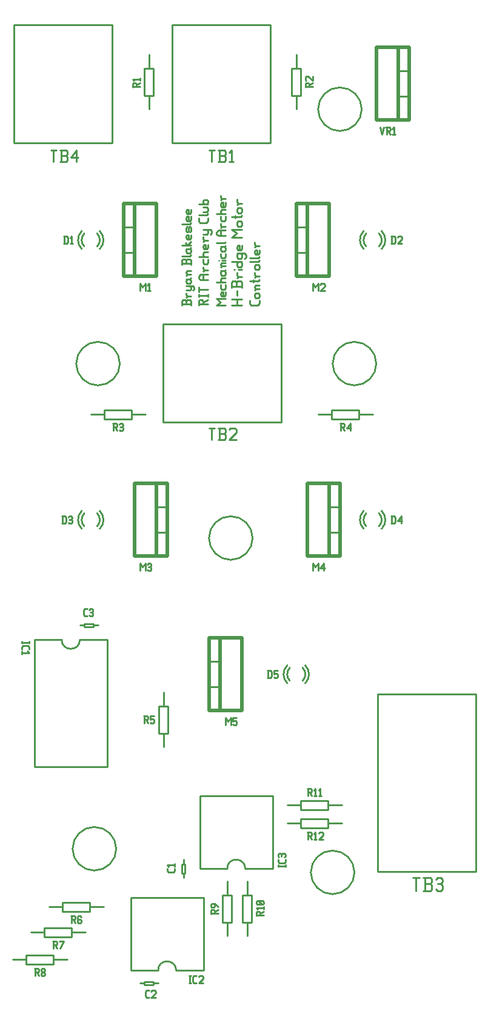
<source format=gto>
G04 start of page 8 for group -4079 idx -4079 *
G04 Title: (unknown), topsilk *
G04 Creator: pcb 20110918 *
G04 CreationDate: Thu 04 Jul 2013 01:29:42 AM GMT UTC *
G04 For: tyrian *
G04 Format: Gerber/RS-274X *
G04 PCB-Dimensions: 270000 560000 *
G04 PCB-Coordinate-Origin: lower left *
%MOIN*%
%FSLAX25Y25*%
%LNTOPSILK*%
%ADD63C,0.0200*%
%ADD62C,0.0100*%
G54D62*X43000Y87000D02*G75*G02X55000Y99000I12000J0D01*G01*
G75*G02X67000Y87000I0J-12000D01*G01*
G75*G02X55000Y75000I-12000J0D01*G01*
G75*G02X43000Y87000I0J12000D01*G01*
X174000Y74000D02*G75*G02X186000Y86000I12000J0D01*G01*
G75*G02X198000Y74000I0J-12000D01*G01*
G75*G02X186000Y62000I-12000J0D01*G01*
G75*G02X174000Y74000I0J12000D01*G01*
X45000Y354000D02*G75*G02X57000Y366000I12000J0D01*G01*
G75*G02X69000Y354000I0J-12000D01*G01*
G75*G02X57000Y342000I-12000J0D01*G01*
G75*G02X45000Y354000I0J12000D01*G01*
X186000D02*G75*G02X198000Y366000I12000J0D01*G01*
X178000Y494000D02*G75*G02X190000Y506000I12000J0D01*G01*
G75*G02X202000Y494000I0J-12000D01*G01*
G75*G02X190000Y482000I-12000J0D01*G01*
G75*G02X178000Y494000I0J12000D01*G01*
X198000Y366000D02*G75*G02X210000Y354000I0J-12000D01*G01*
G75*G02X198000Y342000I-12000J0D01*G01*
G75*G02X186000Y354000I0J12000D01*G01*
X118000Y258000D02*G75*G02X130000Y270000I12000J0D01*G01*
G75*G02X142000Y258000I0J-12000D01*G01*
G75*G02X130000Y246000I-12000J0D01*G01*
G75*G02X118000Y258000I0J12000D01*G01*
X122200Y386000D02*X127000D01*
X122200D02*X124600Y387800D01*
X122200Y389600D01*
X127000D01*
Y393440D02*Y391640D01*
X126400Y391040D02*X127000Y391640D01*
X125200Y391040D02*X126400D01*
X125200D02*X124600Y391640D01*
Y392840D02*Y391640D01*
Y392840D02*X125200Y393440D01*
X125800D02*Y391040D01*
X125200Y393440D02*X125800D01*
X124600Y397280D02*Y395480D01*
X125200Y394880D02*X124600Y395480D01*
X125200Y394880D02*X126400D01*
X127000Y395480D01*
Y397280D02*Y395480D01*
X122200Y398720D02*X127000D01*
X125200D02*X124600Y399320D01*
Y400520D02*Y399320D01*
Y400520D02*X125200Y401120D01*
X127000D01*
X124600Y404360D02*X125200Y404960D01*
X124600Y404360D02*Y403160D01*
X125200Y402560D02*X124600Y403160D01*
X125200Y402560D02*X126400D01*
X127000Y403160D01*
X124600Y404960D02*X126400D01*
X127000Y405560D01*
Y404360D02*Y403160D01*
Y404360D02*X126400Y404960D01*
X125200Y407600D02*X127000D01*
X125200D02*X124600Y408200D01*
Y408800D02*Y408200D01*
Y408800D02*X125200Y409400D01*
X127000D01*
X124600Y407000D02*X125200Y407600D01*
X123400Y410840D02*X123520D01*
X125200D02*X127000D01*
X124600Y414440D02*Y412640D01*
X125200Y412040D02*X124600Y412640D01*
X125200Y412040D02*X126400D01*
X127000Y412640D01*
Y414440D02*Y412640D01*
X124600Y417680D02*X125200Y418280D01*
X124600Y417680D02*Y416480D01*
X125200Y415880D02*X124600Y416480D01*
X125200Y415880D02*X126400D01*
X127000Y416480D01*
X124600Y418280D02*X126400D01*
X127000Y418880D01*
Y417680D02*Y416480D01*
Y417680D02*X126400Y418280D01*
X122200Y420320D02*X126400D01*
X127000Y420920D01*
X123400Y424280D02*X127000D01*
X123400D02*X122200Y425120D01*
Y426440D02*Y425120D01*
Y426440D02*X123400Y427280D01*
X127000D01*
X124600D02*Y424280D01*
X125200Y429320D02*X127000D01*
X125200D02*X124600Y429920D01*
Y431120D02*Y429920D01*
Y428720D02*X125200Y429320D01*
X124600Y434960D02*Y433160D01*
X125200Y432560D02*X124600Y433160D01*
X125200Y432560D02*X126400D01*
X127000Y433160D01*
Y434960D02*Y433160D01*
X122200Y436400D02*X127000D01*
X125200D02*X124600Y437000D01*
Y438200D02*Y437000D01*
Y438200D02*X125200Y438800D01*
X127000D01*
Y442640D02*Y440840D01*
X126400Y440240D02*X127000Y440840D01*
X125200Y440240D02*X126400D01*
X125200D02*X124600Y440840D01*
Y442040D02*Y440840D01*
Y442040D02*X125200Y442640D01*
X125800D02*Y440240D01*
X125200Y442640D02*X125800D01*
X125200Y444680D02*X127000D01*
X125200D02*X124600Y445280D01*
Y446480D02*Y445280D01*
Y444080D02*X125200Y444680D01*
X108000Y388400D02*Y386000D01*
Y388400D02*X107400Y389000D01*
X105960D02*X107400D01*
X105360Y388400D02*X105960Y389000D01*
X105360Y388400D02*Y386600D01*
X103200D02*X108000D01*
X103200Y388400D02*Y386000D01*
Y388400D02*X103800Y389000D01*
X104760D01*
X105360Y388400D02*X104760Y389000D01*
X106200Y391040D02*X108000D01*
X106200D02*X105600Y391640D01*
Y392840D02*Y391640D01*
Y390440D02*X106200Y391040D01*
X105600Y394280D02*X107400D01*
X108000Y394880D01*
X105600Y396680D02*X109200D01*
X109800Y396080D02*X109200Y396680D01*
X109800Y396080D02*Y394880D01*
X109200Y394280D02*X109800Y394880D01*
X108000Y396080D02*Y394880D01*
Y396080D02*X107400Y396680D01*
X105600Y399920D02*X106200Y400520D01*
X105600Y399920D02*Y398720D01*
X106200Y398120D02*X105600Y398720D01*
X106200Y398120D02*X107400D01*
X108000Y398720D01*
X105600Y400520D02*X107400D01*
X108000Y401120D01*
Y399920D02*Y398720D01*
Y399920D02*X107400Y400520D01*
X106200Y403160D02*X108000D01*
X106200D02*X105600Y403760D01*
Y404360D02*Y403760D01*
Y404360D02*X106200Y404960D01*
X108000D01*
X105600Y402560D02*X106200Y403160D01*
X108000Y410960D02*Y408560D01*
Y410960D02*X107400Y411560D01*
X105960D02*X107400D01*
X105360Y410960D02*X105960Y411560D01*
X105360Y410960D02*Y409160D01*
X103200D02*X108000D01*
X103200Y410960D02*Y408560D01*
Y410960D02*X103800Y411560D01*
X104760D01*
X105360Y410960D02*X104760Y411560D01*
X103200Y413000D02*X107400D01*
X108000Y413600D01*
X105600Y416600D02*X106200Y417200D01*
X105600Y416600D02*Y415400D01*
X106200Y414800D02*X105600Y415400D01*
X106200Y414800D02*X107400D01*
X108000Y415400D01*
X105600Y417200D02*X107400D01*
X108000Y417800D01*
Y416600D02*Y415400D01*
Y416600D02*X107400Y417200D01*
X103200Y419240D02*X108000D01*
X106200D02*X108000Y421040D01*
X106200Y419240D02*X105000Y420440D01*
X108000Y424880D02*Y423080D01*
X107400Y422480D02*X108000Y423080D01*
X106200Y422480D02*X107400D01*
X106200D02*X105600Y423080D01*
Y424280D02*Y423080D01*
Y424280D02*X106200Y424880D01*
X106800D02*Y422480D01*
X106200Y424880D02*X106800D01*
X108000Y428720D02*Y426920D01*
Y428720D02*X107400Y429320D01*
X106800Y428720D02*X107400Y429320D01*
X106800Y428720D02*Y426920D01*
X106200Y426320D02*X106800Y426920D01*
X106200Y426320D02*X105600Y426920D01*
Y428720D02*Y426920D01*
Y428720D02*X106200Y429320D01*
X107400Y426320D02*X108000Y426920D01*
X103200Y430760D02*X107400D01*
X108000Y431360D01*
Y434960D02*Y433160D01*
X107400Y432560D02*X108000Y433160D01*
X106200Y432560D02*X107400D01*
X106200D02*X105600Y433160D01*
Y434360D02*Y433160D01*
Y434360D02*X106200Y434960D01*
X106800D02*Y432560D01*
X106200Y434960D02*X106800D01*
X108000Y438800D02*Y437000D01*
X107400Y436400D02*X108000Y437000D01*
X106200Y436400D02*X107400D01*
X106200D02*X105600Y437000D01*
Y438200D02*Y437000D01*
Y438200D02*X106200Y438800D01*
X106800D02*Y436400D01*
X106200Y438800D02*X106800D01*
X130430Y386000D02*X136150D01*
X130430Y389575D02*X136150D01*
X133290D02*Y386000D01*
Y394151D02*Y391291D01*
X136150Y398727D02*Y395867D01*
Y398727D02*X135435Y399442D01*
X133719D02*X135435D01*
X133004Y398727D02*X133719Y399442D01*
X133004Y398727D02*Y396582D01*
X130430D02*X136150D01*
X130430Y398727D02*Y395867D01*
Y398727D02*X131145Y399442D01*
X132289D01*
X133004Y398727D02*X132289Y399442D01*
X134005Y401873D02*X136150D01*
X134005D02*X133290Y402588D01*
Y404018D02*Y402588D01*
Y401158D02*X134005Y401873D01*
X131860Y405734D02*X132003D01*
X134005D02*X136150D01*
X130430Y410024D02*X136150D01*
Y409309D02*X135435Y410024D01*
X136150Y409309D02*Y407879D01*
X135435Y407164D02*X136150Y407879D01*
X134005Y407164D02*X135435D01*
X134005D02*X133290Y407879D01*
Y409309D02*Y407879D01*
Y409309D02*X134005Y410024D01*
X133290Y413885D02*X134005Y414600D01*
X133290Y413885D02*Y412455D01*
X134005Y411740D02*X133290Y412455D01*
X134005Y411740D02*X135435D01*
X136150Y412455D01*
Y413885D02*Y412455D01*
Y413885D02*X135435Y414600D01*
X137580Y411740D02*X138295Y412455D01*
Y413885D02*Y412455D01*
Y413885D02*X137580Y414600D01*
X133290D02*X137580D01*
X136150Y419176D02*Y417031D01*
X135435Y416316D02*X136150Y417031D01*
X134005Y416316D02*X135435D01*
X134005D02*X133290Y417031D01*
Y418461D02*Y417031D01*
Y418461D02*X134005Y419176D01*
X134720D02*Y416316D01*
X134005Y419176D02*X134720D01*
X130430Y423466D02*X136150D01*
X130430D02*X133290Y425611D01*
X130430Y427756D01*
X136150D01*
X134005Y429472D02*X135435D01*
X134005D02*X133290Y430187D01*
Y431617D02*Y430187D01*
Y431617D02*X134005Y432332D01*
X135435D01*
X136150Y431617D02*X135435Y432332D01*
X136150Y431617D02*Y430187D01*
X135435Y429472D02*X136150Y430187D01*
X130430Y434763D02*X135435D01*
X136150Y435478D01*
X132575D02*Y434048D01*
X134005Y436908D02*X135435D01*
X134005D02*X133290Y437623D01*
Y439053D02*Y437623D01*
Y439053D02*X134005Y439768D01*
X135435D01*
X136150Y439053D02*X135435Y439768D01*
X136150Y439053D02*Y437623D01*
X135435Y436908D02*X136150Y437623D01*
X134005Y442199D02*X136150D01*
X134005D02*X133290Y442914D01*
Y444344D02*Y442914D01*
Y441484D02*X134005Y442199D01*
X145650Y388660D02*Y386931D01*
X144719Y386000D02*X145650Y386931D01*
X141261Y386000D02*X144719D01*
X141261D02*X140330Y386931D01*
Y388660D02*Y386931D01*
X143655Y390256D02*X144985D01*
X143655D02*X142990Y390921D01*
Y392251D02*Y390921D01*
Y392251D02*X143655Y392916D01*
X144985D01*
X145650Y392251D02*X144985Y392916D01*
X145650Y392251D02*Y390921D01*
X144985Y390256D02*X145650Y390921D01*
X143655Y395177D02*X145650D01*
X143655D02*X142990Y395842D01*
Y396507D02*Y395842D01*
Y396507D02*X143655Y397172D01*
X145650D01*
X142990Y394512D02*X143655Y395177D01*
X140330Y399433D02*X144985D01*
X145650Y400098D01*
X142325D02*Y398768D01*
X143655Y402093D02*X145650D01*
X143655D02*X142990Y402758D01*
Y404088D02*Y402758D01*
Y401428D02*X143655Y402093D01*
Y405684D02*X144985D01*
X143655D02*X142990Y406349D01*
Y407679D02*Y406349D01*
Y407679D02*X143655Y408344D01*
X144985D01*
X145650Y407679D02*X144985Y408344D01*
X145650Y407679D02*Y406349D01*
X144985Y405684D02*X145650Y406349D01*
X140330Y409940D02*X144985D01*
X145650Y410605D01*
X140330Y411935D02*X144985D01*
X145650Y412600D01*
Y416590D02*Y414595D01*
X144985Y413930D02*X145650Y414595D01*
X143655Y413930D02*X144985D01*
X143655D02*X142990Y414595D01*
Y415925D02*Y414595D01*
Y415925D02*X143655Y416590D01*
X144320D02*Y413930D01*
X143655Y416590D02*X144320D01*
X143655Y418851D02*X145650D01*
X143655D02*X142990Y419516D01*
Y420846D02*Y419516D01*
Y418186D02*X143655Y418851D01*
X112280Y388560D02*Y386000D01*
Y388560D02*X112920Y389200D01*
X114200D01*
X114840Y388560D02*X114200Y389200D01*
X114840Y388560D02*Y386640D01*
X112280D02*X117400D01*
X114840Y387664D02*X117400Y389200D01*
X112280Y392016D02*Y390736D01*
Y391376D02*X117400D01*
Y392016D02*Y390736D01*
X112280Y396112D02*Y393552D01*
Y394832D02*X117400D01*
X113560Y399952D02*X117400D01*
X113560D02*X112280Y400848D01*
Y402256D02*Y400848D01*
Y402256D02*X113560Y403152D01*
X117400D01*
X114840D02*Y399952D01*
X115480Y405328D02*X117400D01*
X115480D02*X114840Y405968D01*
Y407248D02*Y405968D01*
Y404688D02*X115480Y405328D01*
X114840Y411344D02*Y409424D01*
X115480Y408784D02*X114840Y409424D01*
X115480Y408784D02*X116760D01*
X117400Y409424D01*
Y411344D02*Y409424D01*
X112280Y412880D02*X117400D01*
X115480D02*X114840Y413520D01*
Y414800D02*Y413520D01*
Y414800D02*X115480Y415440D01*
X117400D01*
Y419536D02*Y417616D01*
X116760Y416976D02*X117400Y417616D01*
X115480Y416976D02*X116760D01*
X115480D02*X114840Y417616D01*
Y418896D02*Y417616D01*
Y418896D02*X115480Y419536D01*
X116120D02*Y416976D01*
X115480Y419536D02*X116120D01*
X115480Y421712D02*X117400D01*
X115480D02*X114840Y422352D01*
Y423632D02*Y422352D01*
Y421072D02*X115480Y421712D01*
X114840Y425168D02*X116760D01*
X117400Y425808D01*
X114840Y427728D02*X118680D01*
X119320Y427088D02*X118680Y427728D01*
X119320Y427088D02*Y425808D01*
X118680Y425168D02*X119320Y425808D01*
X117400Y427088D02*Y425808D01*
Y427088D02*X116760Y427728D01*
X117400Y434128D02*Y432464D01*
X116504Y431568D02*X117400Y432464D01*
X113176Y431568D02*X116504D01*
X113176D02*X112280Y432464D01*
Y434128D02*Y432464D01*
Y435664D02*X116760D01*
X117400Y436304D01*
X114840Y437584D02*X116760D01*
X117400Y438224D01*
Y439504D02*Y438224D01*
Y439504D02*X116760Y440144D01*
X114840D02*X116760D01*
X112280Y441680D02*X117400D01*
X116760D02*X117400Y442320D01*
Y443600D02*Y442320D01*
Y443600D02*X116760Y444240D01*
X115480D02*X116760D01*
X114840Y443600D02*X115480Y444240D01*
X114840Y443600D02*Y442320D01*
X115480Y441680D02*X114840Y442320D01*
X54500Y210000D02*X57000D01*
X47000D02*X49500D01*
Y209200D02*X54500D01*
X49500Y210800D02*Y209200D01*
Y210800D02*X54500D01*
Y209200D01*
X22000Y202000D02*Y132000D01*
X62000D01*
Y202000D02*Y132000D01*
X22000Y202000D02*X37000D01*
X47000D02*X62000D01*
X37000D02*G75*G03X47000Y202000I5000J0D01*G01*
G54D63*X118000Y203000D02*Y163000D01*
Y203000D02*X136000D01*
Y163000D01*
X118000D02*X136000D01*
X118000Y203000D02*Y163000D01*
Y203000D02*X124000D01*
Y163000D01*
X118000D02*X124000D01*
G54D62*X118000Y176000D02*X124000D01*
X118000Y190000D02*X124000D01*
X93000Y150500D02*Y143000D01*
Y173000D02*Y165500D01*
X90500D02*Y150500D01*
Y165500D02*X95500D01*
Y150500D01*
X90500D02*X95500D01*
X161000Y101000D02*X168500D01*
X183500D02*X191000D01*
X168500Y103500D02*X183500D01*
Y98500D01*
X168500D01*
Y103500D01*
X139000Y46500D02*Y39000D01*
Y69000D02*Y61500D01*
X136500D02*Y46500D01*
Y61500D02*X141500D01*
Y46500D01*
X136500D02*X141500D01*
X153000Y116000D02*Y76000D01*
X113000Y116000D02*X153000D01*
X113000D02*Y76000D01*
X138000D02*X153000D01*
X113000D02*X128000D01*
X138000D02*G75*G03X128000Y76000I-5000J0D01*G01*
Y46500D02*Y39000D01*
Y69000D02*Y61500D01*
X125500D02*Y46500D01*
Y61500D02*X130500D01*
Y46500D01*
X125500D02*X130500D01*
X161000Y111000D02*X168500D01*
X183500D02*X191000D01*
X168500Y113500D02*X183500D01*
Y108500D01*
X168500D01*
Y113500D01*
X264772Y172142D02*Y74504D01*
X210835Y172142D02*X264772D01*
X210835D02*Y74504D01*
X264772D01*
X80000Y13000D02*X82500D01*
X87500D02*X90000D01*
X82500Y13800D02*X87500D01*
Y12200D01*
X82500D01*
Y13800D01*
X104000Y73500D02*Y71000D01*
Y81000D02*Y78500D01*
X103200D02*Y73500D01*
Y78500D02*X104800D01*
Y73500D01*
X103200D02*X104800D01*
X115000Y60000D02*Y20000D01*
X75000Y60000D02*X115000D01*
X75000D02*Y20000D01*
X100000D02*X115000D01*
X75000D02*X90000D01*
X100000D02*G75*G03X90000Y20000I-5000J0D01*G01*
X169536Y179464D02*G75*G03X169536Y186536I-3536J3536D01*G01*
X162464Y186536D02*G75*G03X162464Y179464I3536J-3536D01*G01*
X170950Y178050D02*G75*G03X170950Y187950I-4950J4950D01*G01*
X161050Y187950D02*G75*G03X161050Y178050I4950J-4950D01*G01*
X30000Y55000D02*X37500D01*
X52500D02*X60000D01*
X37500Y57500D02*X52500D01*
Y52500D01*
X37500D02*X52500D01*
X37500Y57500D02*Y52500D01*
X20000Y41000D02*X27500D01*
X42500D02*X50000D01*
X27500Y43500D02*X42500D01*
Y38500D01*
X27500D02*X42500D01*
X27500Y43500D02*Y38500D01*
X10000Y26000D02*X17500D01*
X32500D02*X40000D01*
X17500Y28500D02*X32500D01*
Y23500D01*
X17500D02*X32500D01*
X17500Y28500D02*Y23500D01*
X10835Y540283D02*X64772D01*
X10835Y475323D02*X64772D01*
X10835Y540283D02*Y475323D01*
X64772Y540283D02*Y475323D01*
X204464Y425536D02*G75*G03X204464Y418464I3536J-3536D01*G01*
X211536Y418464D02*G75*G03X211536Y425536I-3536J3536D01*G01*
X203050Y426950D02*G75*G03X203050Y417050I4950J-4950D01*G01*
X212950Y417050D02*G75*G03X212950Y426950I-4950J4950D01*G01*
X166000Y501500D02*Y494000D01*
Y524000D02*Y516500D01*
X163500D02*Y501500D01*
Y516500D02*X168500D01*
Y501500D01*
X163500D02*X168500D01*
X85000D02*Y494000D01*
Y524000D02*Y516500D01*
X82500D02*Y501500D01*
Y516500D02*X87500D01*
Y501500D01*
X82500D02*X87500D01*
X97835Y540283D02*X151772D01*
X97835Y475323D02*X151772D01*
X97835Y540283D02*Y475323D01*
X151772Y540283D02*Y475323D01*
X49464Y425536D02*G75*G03X49464Y418464I3536J-3536D01*G01*
X56536Y418464D02*G75*G03X56536Y425536I-3536J3536D01*G01*
X48050Y426950D02*G75*G03X48050Y417050I4950J-4950D01*G01*
X57950Y417050D02*G75*G03X57950Y426950I-4950J4950D01*G01*
G54D63*X71000Y442000D02*Y402000D01*
Y442000D02*X89000D01*
Y402000D01*
X71000D02*X89000D01*
X71000Y442000D02*Y402000D01*
Y442000D02*X77000D01*
Y402000D01*
X71000D02*X77000D01*
G54D62*X71000Y415000D02*X77000D01*
X71000Y429000D02*X77000D01*
X53000Y326000D02*X60500D01*
X75500D02*X83000D01*
X60500Y328500D02*X75500D01*
Y323500D01*
X60500D02*X75500D01*
X60500Y328500D02*Y323500D01*
G54D63*X95000Y288000D02*Y248000D01*
X77000D02*X95000D01*
X77000Y288000D02*Y248000D01*
Y288000D02*X95000D01*
Y248000D01*
X89000D02*X95000D01*
X89000Y288000D02*Y248000D01*
Y288000D02*X95000D01*
G54D62*X89000Y275000D02*X95000D01*
X89000Y261000D02*X95000D01*
G54D63*X166000Y442000D02*Y402000D01*
Y442000D02*X184000D01*
Y402000D01*
X166000D02*X184000D01*
X166000Y442000D02*Y402000D01*
Y442000D02*X172000D01*
Y402000D01*
X166000D02*X172000D01*
G54D62*X166000Y415000D02*X172000D01*
X166000Y429000D02*X172000D01*
X204464Y271536D02*G75*G03X204464Y264464I3536J-3536D01*G01*
X211536Y264464D02*G75*G03X211536Y271536I-3536J3536D01*G01*
X203050Y272950D02*G75*G03X203050Y263050I4950J-4950D01*G01*
X212950Y263050D02*G75*G03X212950Y272950I-4950J4950D01*G01*
X200500Y326000D02*X208000D01*
X178000D02*X185500D01*
Y323500D02*X200500D01*
X185500Y328500D02*Y323500D01*
Y328500D02*X200500D01*
Y323500D01*
G54D63*X190000Y288000D02*Y248000D01*
X172000D02*X190000D01*
X172000Y288000D02*Y248000D01*
Y288000D02*X190000D01*
Y248000D01*
X184000D02*X190000D01*
X184000Y288000D02*Y248000D01*
Y288000D02*X190000D01*
G54D62*X184000Y275000D02*X190000D01*
X184000Y261000D02*X190000D01*
X49464Y271536D02*G75*G03X49464Y264464I3536J-3536D01*G01*
X56536Y264464D02*G75*G03X56536Y271536I-3536J3536D01*G01*
X48050Y272950D02*G75*G03X48050Y263050I4950J-4950D01*G01*
X57950Y263050D02*G75*G03X57950Y272950I-4950J4950D01*G01*
X92717Y375772D02*Y321835D01*
X157677Y375772D02*Y321835D01*
X92717D02*X157677D01*
X92717Y375772D02*X157677D01*
G54D63*X228000Y528000D02*Y488000D01*
X210000D02*X228000D01*
X210000Y528000D02*Y488000D01*
Y528000D02*X228000D01*
Y488000D01*
X222000D02*X228000D01*
X222000Y528000D02*Y488000D01*
Y528000D02*X228000D01*
G54D62*X222000Y515000D02*X228000D01*
X222000Y501000D02*X228000D01*
X49700Y215000D02*X51000D01*
X49000Y215700D02*X49700Y215000D01*
X49000Y218300D02*Y215700D01*
Y218300D02*X49700Y219000D01*
X51000D01*
X52200Y218500D02*X52700Y219000D01*
X53700D01*
X54200Y218500D01*
X53700Y215000D02*X54200Y215500D01*
X52700Y215000D02*X53700D01*
X52200Y215500D02*X52700Y215000D01*
Y217200D02*X53700D01*
X54200Y218500D02*Y217700D01*
Y216700D02*Y215500D01*
Y216700D02*X53700Y217200D01*
X54200Y217700D02*X53700Y217200D01*
X19000Y201000D02*Y200000D01*
X15000Y200500D02*X19000D01*
X15000Y201000D02*Y200000D01*
Y198100D02*Y196800D01*
X15700Y198800D02*X15000Y198100D01*
X15700Y198800D02*X18300D01*
X19000Y198100D01*
Y196800D01*
X18200Y195600D02*X19000Y194800D01*
X15000D02*X19000D01*
X15000Y195600D02*Y194100D01*
X82000Y160000D02*X84000D01*
X84500Y159500D01*
Y158500D01*
X84000Y158000D02*X84500Y158500D01*
X82500Y158000D02*X84000D01*
X82500Y160000D02*Y156000D01*
X83300Y158000D02*X84500Y156000D01*
X85700Y160000D02*X87700D01*
X85700D02*Y158000D01*
X86200Y158500D01*
X87200D01*
X87700Y158000D01*
Y156500D01*
X87200Y156000D02*X87700Y156500D01*
X86200Y156000D02*X87200D01*
X85700Y156500D02*X86200Y156000D01*
X172000Y96000D02*X174000D01*
X174500Y95500D01*
Y94500D01*
X174000Y94000D02*X174500Y94500D01*
X172500Y94000D02*X174000D01*
X172500Y96000D02*Y92000D01*
X173300Y94000D02*X174500Y92000D01*
X175700Y95200D02*X176500Y96000D01*
Y92000D01*
X175700D02*X177200D01*
X178400Y95500D02*X178900Y96000D01*
X180400D01*
X180900Y95500D01*
Y94500D01*
X178400Y92000D02*X180900Y94500D01*
X178400Y92000D02*X180900D01*
X144000Y52000D02*Y50000D01*
Y52000D02*X144500Y52500D01*
X145500D01*
X146000Y52000D02*X145500Y52500D01*
X146000Y52000D02*Y50500D01*
X144000D02*X148000D01*
X146000Y51300D02*X148000Y52500D01*
X144800Y53700D02*X144000Y54500D01*
X148000D01*
Y55200D02*Y53700D01*
X147500Y56400D02*X148000Y56900D01*
X144500Y56400D02*X147500D01*
X144500D02*X144000Y56900D01*
Y57900D02*Y56900D01*
Y57900D02*X144500Y58400D01*
X147500D01*
X148000Y57900D02*X147500Y58400D01*
X148000Y57900D02*Y56900D01*
X147000Y56400D02*X145000Y58400D01*
X230000Y71150D02*X233700D01*
X231850D02*Y63750D01*
X235920D02*X239620D01*
X240545Y64675D01*
Y66895D02*Y64675D01*
X239620Y67820D02*X240545Y66895D01*
X236845Y67820D02*X239620D01*
X236845Y71150D02*Y63750D01*
X235920Y71150D02*X239620D01*
X240545Y70225D01*
Y68745D01*
X239620Y67820D02*X240545Y68745D01*
X242765Y70225D02*X243690Y71150D01*
X245540D01*
X246465Y70225D01*
X245540Y63750D02*X246465Y64675D01*
X243690Y63750D02*X245540D01*
X242765Y64675D02*X243690Y63750D01*
Y67820D02*X245540D01*
X246465Y70225D02*Y68745D01*
Y66895D02*Y64675D01*
Y66895D02*X245540Y67820D01*
X246465Y68745D02*X245540Y67820D01*
X156000Y78000D02*Y77000D01*
Y77500D02*X160000D01*
Y78000D02*Y77000D01*
Y81200D02*Y79900D01*
X159300Y79200D02*X160000Y79900D01*
X156700Y79200D02*X159300D01*
X156700D02*X156000Y79900D01*
Y81200D02*Y79900D01*
X156500Y82400D02*X156000Y82900D01*
Y83900D02*Y82900D01*
Y83900D02*X156500Y84400D01*
X160000Y83900D02*X159500Y84400D01*
X160000Y83900D02*Y82900D01*
X159500Y82400D02*X160000Y82900D01*
X157800Y83900D02*Y82900D01*
X156500Y84400D02*X157300D01*
X158300D02*X159500D01*
X158300D02*X157800Y83900D01*
X157300Y84400D02*X157800Y83900D01*
X172000Y120000D02*X174000D01*
X174500Y119500D01*
Y118500D01*
X174000Y118000D02*X174500Y118500D01*
X172500Y118000D02*X174000D01*
X172500Y120000D02*Y116000D01*
X173300Y118000D02*X174500Y116000D01*
X175700Y119200D02*X176500Y120000D01*
Y116000D01*
X175700D02*X177200D01*
X178400Y119200D02*X179200Y120000D01*
Y116000D01*
X178400D02*X179900D01*
X127000Y159000D02*Y155000D01*
Y159000D02*X128500Y157000D01*
X130000Y159000D01*
Y155000D01*
X131200Y159000D02*X133200D01*
X131200D02*Y157000D01*
X131700Y157500D01*
X132700D01*
X133200Y157000D01*
Y155500D01*
X132700Y155000D02*X133200Y155500D01*
X131700Y155000D02*X132700D01*
X131200Y155500D02*X131700Y155000D01*
X150500Y185000D02*Y181000D01*
X151800Y185000D02*X152500Y184300D01*
Y181700D01*
X151800Y181000D02*X152500Y181700D01*
X150000Y181000D02*X151800D01*
X150000Y185000D02*X151800D01*
X153700D02*X155700D01*
X153700D02*Y183000D01*
X154200Y183500D01*
X155200D01*
X155700Y183000D01*
Y181500D01*
X155200Y181000D02*X155700Y181500D01*
X154200Y181000D02*X155200D01*
X153700Y181500D02*X154200Y181000D01*
X83700Y5000D02*X85000D01*
X83000Y5700D02*X83700Y5000D01*
X83000Y8300D02*Y5700D01*
Y8300D02*X83700Y9000D01*
X85000D01*
X86200Y8500D02*X86700Y9000D01*
X88200D01*
X88700Y8500D01*
Y7500D01*
X86200Y5000D02*X88700Y7500D01*
X86200Y5000D02*X88700D01*
X99000Y76000D02*Y74700D01*
X98300Y74000D02*X99000Y74700D01*
X95700Y74000D02*X98300D01*
X95700D02*X95000Y74700D01*
Y76000D02*Y74700D01*
X95800Y77200D02*X95000Y78000D01*
X99000D01*
Y78700D02*Y77200D01*
X107000Y17000D02*X108000D01*
X107500D02*Y13000D01*
X107000D02*X108000D01*
X109900D02*X111200D01*
X109200Y13700D02*X109900Y13000D01*
X109200Y16300D02*Y13700D01*
Y16300D02*X109900Y17000D01*
X111200D01*
X112400Y16500D02*X112900Y17000D01*
X114400D01*
X114900Y16500D01*
Y15500D01*
X112400Y13000D02*X114900Y15500D01*
X112400Y13000D02*X114900D01*
X42000Y50000D02*X44000D01*
X44500Y49500D01*
Y48500D01*
X44000Y48000D02*X44500Y48500D01*
X42500Y48000D02*X44000D01*
X42500Y50000D02*Y46000D01*
X43300Y48000D02*X44500Y46000D01*
X47200Y50000D02*X47700Y49500D01*
X46200Y50000D02*X47200D01*
X45700Y49500D02*X46200Y50000D01*
X45700Y49500D02*Y46500D01*
X46200Y46000D01*
X47200Y48200D02*X47700Y47700D01*
X45700Y48200D02*X47200D01*
X46200Y46000D02*X47200D01*
X47700Y46500D01*
Y47700D02*Y46500D01*
X119000Y53000D02*Y51000D01*
Y53000D02*X119500Y53500D01*
X120500D01*
X121000Y53000D02*X120500Y53500D01*
X121000Y53000D02*Y51500D01*
X119000D02*X123000D01*
X121000Y52300D02*X123000Y53500D01*
Y55200D02*X121000Y56700D01*
X119500D02*X121000D01*
X119000Y56200D02*X119500Y56700D01*
X119000Y56200D02*Y55200D01*
X119500Y54700D02*X119000Y55200D01*
X119500Y54700D02*X120500D01*
X121000Y55200D01*
Y56700D02*Y55200D01*
X32000Y36000D02*X34000D01*
X34500Y35500D01*
Y34500D01*
X34000Y34000D02*X34500Y34500D01*
X32500Y34000D02*X34000D01*
X32500Y36000D02*Y32000D01*
X33300Y34000D02*X34500Y32000D01*
X36200D02*X38200Y36000D01*
X35700D02*X38200D01*
X22000Y21000D02*X24000D01*
X24500Y20500D01*
Y19500D01*
X24000Y19000D02*X24500Y19500D01*
X22500Y19000D02*X24000D01*
X22500Y21000D02*Y17000D01*
X23300Y19000D02*X24500Y17000D01*
X25700Y17500D02*X26200Y17000D01*
X25700Y18300D02*Y17500D01*
Y18300D02*X26400Y19000D01*
X27000D01*
X27700Y18300D01*
Y17500D01*
X27200Y17000D02*X27700Y17500D01*
X26200Y17000D02*X27200D01*
X25700Y19700D02*X26400Y19000D01*
X25700Y20500D02*Y19700D01*
Y20500D02*X26200Y21000D01*
X27200D01*
X27700Y20500D01*
Y19700D01*
X27000Y19000D02*X27700Y19700D01*
X31000Y471400D02*X34200D01*
X32600D02*Y465000D01*
X36120D02*X39320D01*
X40120Y465800D01*
Y467720D02*Y465800D01*
X39320Y468520D02*X40120Y467720D01*
X36920Y468520D02*X39320D01*
X36920Y471400D02*Y465000D01*
X36120Y471400D02*X39320D01*
X40120Y470600D01*
Y469320D01*
X39320Y468520D02*X40120Y469320D01*
X42040Y467400D02*X45240Y471400D01*
X42040Y467400D02*X46040D01*
X45240Y471400D02*Y465000D01*
X76000Y508000D02*Y506000D01*
Y508000D02*X76500Y508500D01*
X77500D01*
X78000Y508000D02*X77500Y508500D01*
X78000Y508000D02*Y506500D01*
X76000D02*X80000D01*
X78000Y507300D02*X80000Y508500D01*
X76800Y509700D02*X76000Y510500D01*
X80000D01*
Y511200D02*Y509700D01*
X118000Y471400D02*X121200D01*
X119600D02*Y465000D01*
X123120D02*X126320D01*
X127120Y465800D01*
Y467720D02*Y465800D01*
X126320Y468520D02*X127120Y467720D01*
X123920Y468520D02*X126320D01*
X123920Y471400D02*Y465000D01*
X123120Y471400D02*X126320D01*
X127120Y470600D01*
Y469320D01*
X126320Y468520D02*X127120Y469320D01*
X129040Y470120D02*X130320Y471400D01*
Y465000D01*
X129040D02*X131440D01*
X38500Y424000D02*Y420000D01*
X39800Y424000D02*X40500Y423300D01*
Y420700D01*
X39800Y420000D02*X40500Y420700D01*
X38000Y420000D02*X39800D01*
X38000Y424000D02*X39800D01*
X41700Y423200D02*X42500Y424000D01*
Y420000D01*
X41700D02*X43200D01*
X80000Y398000D02*Y394000D01*
Y398000D02*X81500Y396000D01*
X83000Y398000D01*
Y394000D01*
X84200Y397200D02*X85000Y398000D01*
Y394000D01*
X84200D02*X85700D01*
X65000Y321000D02*X67000D01*
X67500Y320500D01*
Y319500D01*
X67000Y319000D02*X67500Y319500D01*
X65500Y319000D02*X67000D01*
X65500Y321000D02*Y317000D01*
X66300Y319000D02*X67500Y317000D01*
X68700Y320500D02*X69200Y321000D01*
X70200D01*
X70700Y320500D01*
X70200Y317000D02*X70700Y317500D01*
X69200Y317000D02*X70200D01*
X68700Y317500D02*X69200Y317000D01*
Y319200D02*X70200D01*
X70700Y320500D02*Y319700D01*
Y318700D02*Y317500D01*
Y318700D02*X70200Y319200D01*
X70700Y319700D02*X70200Y319200D01*
X80000Y244000D02*Y240000D01*
Y244000D02*X81500Y242000D01*
X83000Y244000D01*
Y240000D01*
X84200Y243500D02*X84700Y244000D01*
X85700D01*
X86200Y243500D01*
X85700Y240000D02*X86200Y240500D01*
X84700Y240000D02*X85700D01*
X84200Y240500D02*X84700Y240000D01*
Y242200D02*X85700D01*
X86200Y243500D02*Y242700D01*
Y241700D02*Y240500D01*
Y241700D02*X85700Y242200D01*
X86200Y242700D02*X85700Y242200D01*
X175000Y398000D02*Y394000D01*
Y398000D02*X176500Y396000D01*
X178000Y398000D01*
Y394000D01*
X179200Y397500D02*X179700Y398000D01*
X181200D01*
X181700Y397500D01*
Y396500D01*
X179200Y394000D02*X181700Y396500D01*
X179200Y394000D02*X181700D01*
X218500Y270000D02*Y266000D01*
X219800Y270000D02*X220500Y269300D01*
Y266700D01*
X219800Y266000D02*X220500Y266700D01*
X218000Y266000D02*X219800D01*
X218000Y270000D02*X219800D01*
X221700Y267500D02*X223700Y270000D01*
X221700Y267500D02*X224200D01*
X223700Y270000D02*Y266000D01*
X190000Y321000D02*X192000D01*
X192500Y320500D01*
Y319500D01*
X192000Y319000D02*X192500Y319500D01*
X190500Y319000D02*X192000D01*
X190500Y321000D02*Y317000D01*
X191300Y319000D02*X192500Y317000D01*
X193700Y318500D02*X195700Y321000D01*
X193700Y318500D02*X196200D01*
X195700Y321000D02*Y317000D01*
X175000Y244000D02*Y240000D01*
Y244000D02*X176500Y242000D01*
X178000Y244000D01*
Y240000D01*
X179200Y241500D02*X181200Y244000D01*
X179200Y241500D02*X181700D01*
X181200Y244000D02*Y240000D01*
X37500Y270000D02*Y266000D01*
X38800Y270000D02*X39500Y269300D01*
Y266700D01*
X38800Y266000D02*X39500Y266700D01*
X37000Y266000D02*X38800D01*
X37000Y270000D02*X38800D01*
X40700Y269500D02*X41200Y270000D01*
X42200D01*
X42700Y269500D01*
X42200Y266000D02*X42700Y266500D01*
X41200Y266000D02*X42200D01*
X40700Y266500D02*X41200Y266000D01*
Y268200D02*X42200D01*
X42700Y269500D02*Y268700D01*
Y267700D02*Y266500D01*
Y267700D02*X42200Y268200D01*
X42700Y268700D02*X42200Y268200D01*
X118000Y318400D02*X121200D01*
X119600D02*Y312000D01*
X123120D02*X126320D01*
X127120Y312800D01*
Y314720D02*Y312800D01*
X126320Y315520D02*X127120Y314720D01*
X123920Y315520D02*X126320D01*
X123920Y318400D02*Y312000D01*
X123120Y318400D02*X126320D01*
X127120Y317600D01*
Y316320D01*
X126320Y315520D02*X127120Y316320D01*
X129040Y317600D02*X129840Y318400D01*
X132240D01*
X133040Y317600D01*
Y316000D01*
X129040Y312000D02*X133040Y316000D01*
X129040Y312000D02*X133040D01*
X218500Y424000D02*Y420000D01*
X219800Y424000D02*X220500Y423300D01*
Y420700D01*
X219800Y420000D02*X220500Y420700D01*
X218000Y420000D02*X219800D01*
X218000Y424000D02*X219800D01*
X221700Y423500D02*X222200Y424000D01*
X223700D01*
X224200Y423500D01*
Y422500D01*
X221700Y420000D02*X224200Y422500D01*
X221700Y420000D02*X224200D01*
X171000Y508000D02*Y506000D01*
Y508000D02*X171500Y508500D01*
X172500D01*
X173000Y508000D02*X172500Y508500D01*
X173000Y508000D02*Y506500D01*
X171000D02*X175000D01*
X173000Y507300D02*X175000Y508500D01*
X171500Y509700D02*X171000Y510200D01*
Y511700D02*Y510200D01*
Y511700D02*X171500Y512200D01*
X172500D01*
X175000Y509700D02*X172500Y512200D01*
X175000D02*Y509700D01*
X212000Y484000D02*X213000Y480000D01*
X214000Y484000D01*
X215200D02*X217200D01*
X217700Y483500D01*
Y482500D01*
X217200Y482000D02*X217700Y482500D01*
X215700Y482000D02*X217200D01*
X215700Y484000D02*Y480000D01*
X216500Y482000D02*X217700Y480000D01*
X218900Y483200D02*X219700Y484000D01*
Y480000D01*
X218900D02*X220400D01*
M02*

</source>
